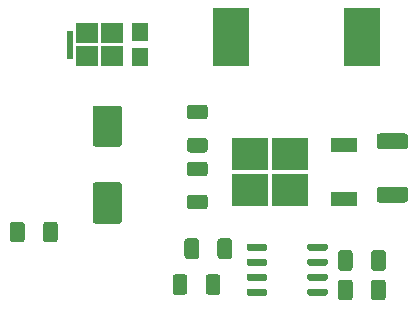
<source format=gbr>
%TF.GenerationSoftware,KiCad,Pcbnew,5.1.6*%
%TF.CreationDate,2020-09-21T04:05:30+02:00*%
%TF.ProjectId,AL8853_Led_driver,414c3838-3533-45f4-9c65-645f64726976,rev?*%
%TF.SameCoordinates,Original*%
%TF.FileFunction,Paste,Top*%
%TF.FilePolarity,Positive*%
%FSLAX46Y46*%
G04 Gerber Fmt 4.6, Leading zero omitted, Abs format (unit mm)*
G04 Created by KiCad (PCBNEW 5.1.6) date 2020-09-21 04:05:30*
%MOMM*%
%LPD*%
G01*
G04 APERTURE LIST*
%ADD10R,3.050000X2.750000*%
%ADD11R,2.200000X1.200000*%
%ADD12R,3.100000X5.000000*%
%ADD13R,1.440000X1.600000*%
%ADD14R,1.900000X1.700000*%
%ADD15R,0.600000X2.400000*%
G04 APERTURE END LIST*
%TO.C,U1*%
G36*
G01*
X99490000Y-126515000D02*
X99490000Y-126215000D01*
G75*
G02*
X99640000Y-126065000I150000J0D01*
G01*
X101090000Y-126065000D01*
G75*
G02*
X101240000Y-126215000I0J-150000D01*
G01*
X101240000Y-126515000D01*
G75*
G02*
X101090000Y-126665000I-150000J0D01*
G01*
X99640000Y-126665000D01*
G75*
G02*
X99490000Y-126515000I0J150000D01*
G01*
G37*
G36*
G01*
X99490000Y-127785000D02*
X99490000Y-127485000D01*
G75*
G02*
X99640000Y-127335000I150000J0D01*
G01*
X101090000Y-127335000D01*
G75*
G02*
X101240000Y-127485000I0J-150000D01*
G01*
X101240000Y-127785000D01*
G75*
G02*
X101090000Y-127935000I-150000J0D01*
G01*
X99640000Y-127935000D01*
G75*
G02*
X99490000Y-127785000I0J150000D01*
G01*
G37*
G36*
G01*
X99490000Y-129055000D02*
X99490000Y-128755000D01*
G75*
G02*
X99640000Y-128605000I150000J0D01*
G01*
X101090000Y-128605000D01*
G75*
G02*
X101240000Y-128755000I0J-150000D01*
G01*
X101240000Y-129055000D01*
G75*
G02*
X101090000Y-129205000I-150000J0D01*
G01*
X99640000Y-129205000D01*
G75*
G02*
X99490000Y-129055000I0J150000D01*
G01*
G37*
G36*
G01*
X99490000Y-130325000D02*
X99490000Y-130025000D01*
G75*
G02*
X99640000Y-129875000I150000J0D01*
G01*
X101090000Y-129875000D01*
G75*
G02*
X101240000Y-130025000I0J-150000D01*
G01*
X101240000Y-130325000D01*
G75*
G02*
X101090000Y-130475000I-150000J0D01*
G01*
X99640000Y-130475000D01*
G75*
G02*
X99490000Y-130325000I0J150000D01*
G01*
G37*
G36*
G01*
X94340000Y-130325000D02*
X94340000Y-130025000D01*
G75*
G02*
X94490000Y-129875000I150000J0D01*
G01*
X95940000Y-129875000D01*
G75*
G02*
X96090000Y-130025000I0J-150000D01*
G01*
X96090000Y-130325000D01*
G75*
G02*
X95940000Y-130475000I-150000J0D01*
G01*
X94490000Y-130475000D01*
G75*
G02*
X94340000Y-130325000I0J150000D01*
G01*
G37*
G36*
G01*
X94340000Y-129055000D02*
X94340000Y-128755000D01*
G75*
G02*
X94490000Y-128605000I150000J0D01*
G01*
X95940000Y-128605000D01*
G75*
G02*
X96090000Y-128755000I0J-150000D01*
G01*
X96090000Y-129055000D01*
G75*
G02*
X95940000Y-129205000I-150000J0D01*
G01*
X94490000Y-129205000D01*
G75*
G02*
X94340000Y-129055000I0J150000D01*
G01*
G37*
G36*
G01*
X94340000Y-127785000D02*
X94340000Y-127485000D01*
G75*
G02*
X94490000Y-127335000I150000J0D01*
G01*
X95940000Y-127335000D01*
G75*
G02*
X96090000Y-127485000I0J-150000D01*
G01*
X96090000Y-127785000D01*
G75*
G02*
X95940000Y-127935000I-150000J0D01*
G01*
X94490000Y-127935000D01*
G75*
G02*
X94340000Y-127785000I0J150000D01*
G01*
G37*
G36*
G01*
X94340000Y-126515000D02*
X94340000Y-126215000D01*
G75*
G02*
X94490000Y-126065000I150000J0D01*
G01*
X95940000Y-126065000D01*
G75*
G02*
X96090000Y-126215000I0J-150000D01*
G01*
X96090000Y-126515000D01*
G75*
G02*
X95940000Y-126665000I-150000J0D01*
G01*
X94490000Y-126665000D01*
G75*
G02*
X94340000Y-126515000I0J150000D01*
G01*
G37*
%TD*%
%TO.C,R1*%
G36*
G01*
X104875000Y-128125000D02*
X104875000Y-126875000D01*
G75*
G02*
X105125000Y-126625000I250000J0D01*
G01*
X105875000Y-126625000D01*
G75*
G02*
X106125000Y-126875000I0J-250000D01*
G01*
X106125000Y-128125000D01*
G75*
G02*
X105875000Y-128375000I-250000J0D01*
G01*
X105125000Y-128375000D01*
G75*
G02*
X104875000Y-128125000I0J250000D01*
G01*
G37*
G36*
G01*
X102075000Y-128125000D02*
X102075000Y-126875000D01*
G75*
G02*
X102325000Y-126625000I250000J0D01*
G01*
X103075000Y-126625000D01*
G75*
G02*
X103325000Y-126875000I0J-250000D01*
G01*
X103325000Y-128125000D01*
G75*
G02*
X103075000Y-128375000I-250000J0D01*
G01*
X102325000Y-128375000D01*
G75*
G02*
X102075000Y-128125000I0J250000D01*
G01*
G37*
%TD*%
%TO.C,R6*%
G36*
G01*
X75555000Y-124470000D02*
X75555000Y-125720000D01*
G75*
G02*
X75305000Y-125970000I-250000J0D01*
G01*
X74555000Y-125970000D01*
G75*
G02*
X74305000Y-125720000I0J250000D01*
G01*
X74305000Y-124470000D01*
G75*
G02*
X74555000Y-124220000I250000J0D01*
G01*
X75305000Y-124220000D01*
G75*
G02*
X75555000Y-124470000I0J-250000D01*
G01*
G37*
G36*
G01*
X78355000Y-124470000D02*
X78355000Y-125720000D01*
G75*
G02*
X78105000Y-125970000I-250000J0D01*
G01*
X77355000Y-125970000D01*
G75*
G02*
X77105000Y-125720000I0J250000D01*
G01*
X77105000Y-124470000D01*
G75*
G02*
X77355000Y-124220000I250000J0D01*
G01*
X78105000Y-124220000D01*
G75*
G02*
X78355000Y-124470000I0J-250000D01*
G01*
G37*
%TD*%
%TO.C,R5*%
G36*
G01*
X90795000Y-120380000D02*
X89545000Y-120380000D01*
G75*
G02*
X89295000Y-120130000I0J250000D01*
G01*
X89295000Y-119380000D01*
G75*
G02*
X89545000Y-119130000I250000J0D01*
G01*
X90795000Y-119130000D01*
G75*
G02*
X91045000Y-119380000I0J-250000D01*
G01*
X91045000Y-120130000D01*
G75*
G02*
X90795000Y-120380000I-250000J0D01*
G01*
G37*
G36*
G01*
X90795000Y-123180000D02*
X89545000Y-123180000D01*
G75*
G02*
X89295000Y-122930000I0J250000D01*
G01*
X89295000Y-122180000D01*
G75*
G02*
X89545000Y-121930000I250000J0D01*
G01*
X90795000Y-121930000D01*
G75*
G02*
X91045000Y-122180000I0J-250000D01*
G01*
X91045000Y-122930000D01*
G75*
G02*
X90795000Y-123180000I-250000J0D01*
G01*
G37*
%TD*%
%TO.C,R4*%
G36*
G01*
X90795000Y-115560000D02*
X89545000Y-115560000D01*
G75*
G02*
X89295000Y-115310000I0J250000D01*
G01*
X89295000Y-114560000D01*
G75*
G02*
X89545000Y-114310000I250000J0D01*
G01*
X90795000Y-114310000D01*
G75*
G02*
X91045000Y-114560000I0J-250000D01*
G01*
X91045000Y-115310000D01*
G75*
G02*
X90795000Y-115560000I-250000J0D01*
G01*
G37*
G36*
G01*
X90795000Y-118360000D02*
X89545000Y-118360000D01*
G75*
G02*
X89295000Y-118110000I0J250000D01*
G01*
X89295000Y-117360000D01*
G75*
G02*
X89545000Y-117110000I250000J0D01*
G01*
X90795000Y-117110000D01*
G75*
G02*
X91045000Y-117360000I0J-250000D01*
G01*
X91045000Y-118110000D01*
G75*
G02*
X90795000Y-118360000I-250000J0D01*
G01*
G37*
%TD*%
%TO.C,R3*%
G36*
G01*
X105604999Y-121245000D02*
X107755001Y-121245000D01*
G75*
G02*
X108005000Y-121494999I0J-249999D01*
G01*
X108005000Y-122345001D01*
G75*
G02*
X107755001Y-122595000I-249999J0D01*
G01*
X105604999Y-122595000D01*
G75*
G02*
X105355000Y-122345001I0J249999D01*
G01*
X105355000Y-121494999D01*
G75*
G02*
X105604999Y-121245000I249999J0D01*
G01*
G37*
G36*
G01*
X105604999Y-116745000D02*
X107755001Y-116745000D01*
G75*
G02*
X108005000Y-116994999I0J-249999D01*
G01*
X108005000Y-117845001D01*
G75*
G02*
X107755001Y-118095000I-249999J0D01*
G01*
X105604999Y-118095000D01*
G75*
G02*
X105355000Y-117845001I0J249999D01*
G01*
X105355000Y-116994999D01*
G75*
G02*
X105604999Y-116745000I249999J0D01*
G01*
G37*
%TD*%
D10*
%TO.C,Q1*%
X98000000Y-118490000D03*
X94650000Y-121540000D03*
X98000000Y-121540000D03*
X94650000Y-118490000D03*
D11*
X102625000Y-117735000D03*
X102625000Y-122295000D03*
%TD*%
D12*
%TO.C,L1*%
X104140000Y-108585000D03*
X93040000Y-108585000D03*
%TD*%
D13*
%TO.C,D2*%
X85330000Y-110285000D03*
X85330000Y-108155000D03*
D14*
X80850000Y-108270000D03*
X82950000Y-108270000D03*
D15*
X79400000Y-109220000D03*
D14*
X80850000Y-110170000D03*
X82950000Y-110170000D03*
%TD*%
%TO.C,C4*%
G36*
G01*
X90325000Y-125875000D02*
X90325000Y-127125000D01*
G75*
G02*
X90075000Y-127375000I-250000J0D01*
G01*
X89325000Y-127375000D01*
G75*
G02*
X89075000Y-127125000I0J250000D01*
G01*
X89075000Y-125875000D01*
G75*
G02*
X89325000Y-125625000I250000J0D01*
G01*
X90075000Y-125625000D01*
G75*
G02*
X90325000Y-125875000I0J-250000D01*
G01*
G37*
G36*
G01*
X93125000Y-125875000D02*
X93125000Y-127125000D01*
G75*
G02*
X92875000Y-127375000I-250000J0D01*
G01*
X92125000Y-127375000D01*
G75*
G02*
X91875000Y-127125000I0J250000D01*
G01*
X91875000Y-125875000D01*
G75*
G02*
X92125000Y-125625000I250000J0D01*
G01*
X92875000Y-125625000D01*
G75*
G02*
X93125000Y-125875000I0J-250000D01*
G01*
G37*
%TD*%
%TO.C,C3*%
G36*
G01*
X81550000Y-120880000D02*
X83550000Y-120880000D01*
G75*
G02*
X83800000Y-121130000I0J-250000D01*
G01*
X83800000Y-124130000D01*
G75*
G02*
X83550000Y-124380000I-250000J0D01*
G01*
X81550000Y-124380000D01*
G75*
G02*
X81300000Y-124130000I0J250000D01*
G01*
X81300000Y-121130000D01*
G75*
G02*
X81550000Y-120880000I250000J0D01*
G01*
G37*
G36*
G01*
X81550000Y-114380000D02*
X83550000Y-114380000D01*
G75*
G02*
X83800000Y-114630000I0J-250000D01*
G01*
X83800000Y-117630000D01*
G75*
G02*
X83550000Y-117880000I-250000J0D01*
G01*
X81550000Y-117880000D01*
G75*
G02*
X81300000Y-117630000I0J250000D01*
G01*
X81300000Y-114630000D01*
G75*
G02*
X81550000Y-114380000I250000J0D01*
G01*
G37*
%TD*%
%TO.C,C2*%
G36*
G01*
X104875000Y-130625000D02*
X104875000Y-129375000D01*
G75*
G02*
X105125000Y-129125000I250000J0D01*
G01*
X105875000Y-129125000D01*
G75*
G02*
X106125000Y-129375000I0J-250000D01*
G01*
X106125000Y-130625000D01*
G75*
G02*
X105875000Y-130875000I-250000J0D01*
G01*
X105125000Y-130875000D01*
G75*
G02*
X104875000Y-130625000I0J250000D01*
G01*
G37*
G36*
G01*
X102075000Y-130625000D02*
X102075000Y-129375000D01*
G75*
G02*
X102325000Y-129125000I250000J0D01*
G01*
X103075000Y-129125000D01*
G75*
G02*
X103325000Y-129375000I0J-250000D01*
G01*
X103325000Y-130625000D01*
G75*
G02*
X103075000Y-130875000I-250000J0D01*
G01*
X102325000Y-130875000D01*
G75*
G02*
X102075000Y-130625000I0J250000D01*
G01*
G37*
%TD*%
%TO.C,C1*%
G36*
G01*
X89325000Y-128915000D02*
X89325000Y-130165000D01*
G75*
G02*
X89075000Y-130415000I-250000J0D01*
G01*
X88325000Y-130415000D01*
G75*
G02*
X88075000Y-130165000I0J250000D01*
G01*
X88075000Y-128915000D01*
G75*
G02*
X88325000Y-128665000I250000J0D01*
G01*
X89075000Y-128665000D01*
G75*
G02*
X89325000Y-128915000I0J-250000D01*
G01*
G37*
G36*
G01*
X92125000Y-128915000D02*
X92125000Y-130165000D01*
G75*
G02*
X91875000Y-130415000I-250000J0D01*
G01*
X91125000Y-130415000D01*
G75*
G02*
X90875000Y-130165000I0J250000D01*
G01*
X90875000Y-128915000D01*
G75*
G02*
X91125000Y-128665000I250000J0D01*
G01*
X91875000Y-128665000D01*
G75*
G02*
X92125000Y-128915000I0J-250000D01*
G01*
G37*
%TD*%
M02*

</source>
